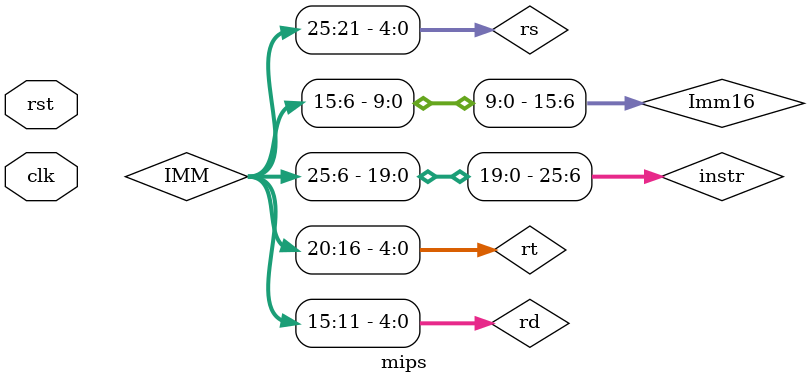
<source format=v>
module mips( clk, rst );
   input   clk;
   input   rst;
   
   wire 		     RFWr;
   wire 		     DMWr;
   wire 		     PCWr;
   wire 		     IRWr;
   wire [4:0]  ALUOp;
   wire [1:0]  EXTOp;
   wire [1:0]  NPCOp;
   wire [1:0]  GPRSel;
   wire [1:0]  WDSel;
   wire 		     BSel;
   wire 		     Zero;
   wire [29:0] PC, NPC;
   wire [31:0] im_dout, dm_dout;
   wire [31:0] DR_out;
   wire [31:0] instr;
   wire [4:0]  rs;
   wire [4:0]  rt;
   wire [4:0]  rd;
   wire [5:0]  Op;
   wire [5:0]  Funct;
   wire [15:0] Imm16; 
   wire [31:0] Imm32;
   wire [25:0] IMM;
   wire [4:0]  A3;
   wire [31:0] WD;
   wire [31:0] RD1, RD1_r, RD2, RD2_r;
   wire [31:0] B, C, C_r;
   
   assign Op = instr[31:26];
   assign Funct = instr[5:0];
   assign rs = instr[25:21];
   assign rt = instr[20:16];
   assign rd = instr[15:11];
   assign Imm16 = instr[15:0];
   assign IMM = instr[25:0];
 //  assign ALUOp = `ALUOp_NOP
   
   PC U_PC (
      .clk(clk), .rst(rst), .PCWr(PCWr), .NPC(NPC), .PC(PC)
   ); 
   
   im_4k U_IM ( 
      .addr(PC[9:0]) , .dout(im_dout)
   );
   
   IR U_IR ( 
      .clk(clk), .rst(rst), .IRWr(IRWr), .im_dout(im_dout), .instr(instr)
   );
   
   RF U_RF (
      .A1(rs), .A2(rt), .A3(A3), .WD(WD), .clk(clk), 
      .RFWr(RFWr), .RD1(RD1), .RD2(RD2)
   );
   
   EXT U_EXT ( 
      .Imm16(Imm16), .EXTOp(EXTOp), .Imm32(Imm32) 
   );
   
   alu U_ALU ( 
      .A(RD1_r), .B(B), .ALUOp(ALUOp), .C(C), .Zero(Zero)
   );
   
   dm_4k U_DM ( 
      .addr(C[11:2]), .din(RD2_r), .DMWr(DMWr), .clk(clk), .dout(dm_dout)
   );
   mux2 B_SEL (
      .d0(RD2_r), .d1(Imm32), .s(BSel), .y(B)
   );
   
   mux3for5 GPR_Sel (
      .d0(rd),.d1(rt),.d2(5'h1F),.s(GPRSel),.y(A3)
   );
   
   mux3for32 WD_Sel (
      .d0(C_r),.d1(DR_out),.d2({PC[29:0],2'b00}),.s(WDSel),.y(WD)
   );
   
   NPC U_NPC(.PC(PC), .NPCOp(NPCOp), .IMM(IMM), .NPC(NPC) 
   );
   
   ctrl U_Ctrl(.clk(clk),	.rst(rst), .Zero(Zero), .Op(Op), .Funct(Funct),
            .RFWr(RFWr), .DMWr(DMWr), .PCWr(PCWr), .IRWr(IRWr),
            .EXTOp(EXTOp), .ALUOp(ALUOp), .NPCOp(NPCOp), .GPRSel(GPRSel),
            .WDSel(WDSel), .BSel(BSel));
   
   flopr #(.WIDTH(32)) A_flopr (.clk(clk), .rst(rst), .d(RD1), .q(RD1_r));
   
   flopr #(.WIDTH(32)) B_flopr (.clk(clk), .rst(rst), .d(RD2), .q(RD2_r));
   
   flopr #(.WIDTH(32)) C_flopr (.clk(clk), .rst(rst), .d(C), .q(C_r));
   
   flopr #(.WIDTH(32)) D_flopr (.clk(clk), .rst(rst), .d(dm_dout), .q(DR_out));
endmodule
</source>
